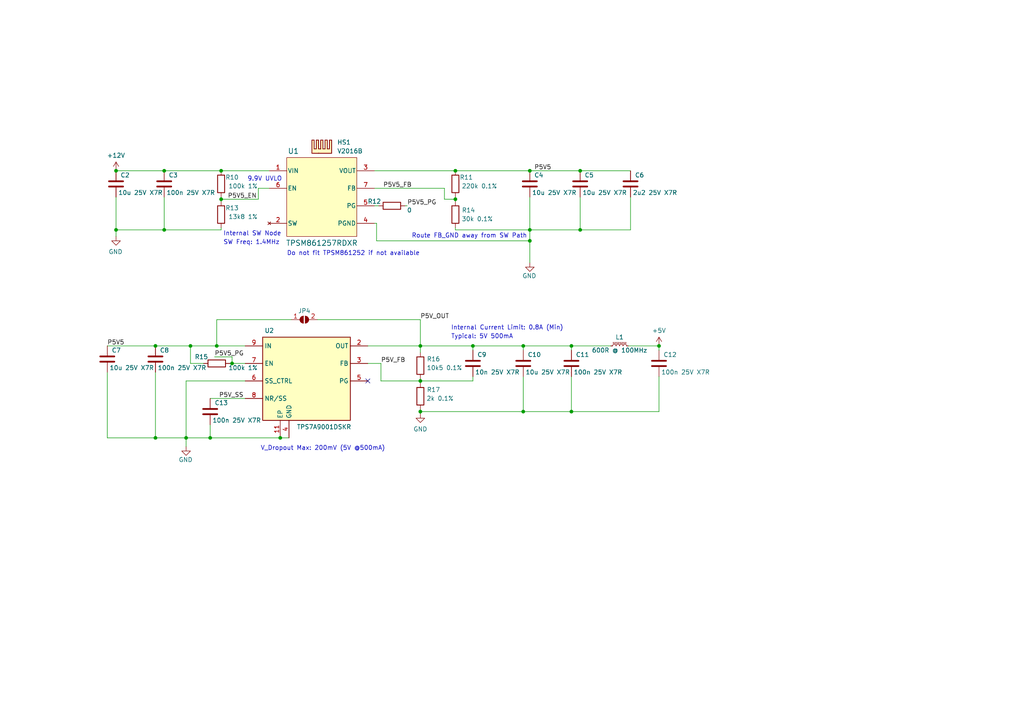
<source format=kicad_sch>
(kicad_sch (version 20230121) (generator eeschema)
  (paper "A4")
  (title_block (title "PSU_5V") (date "2024-10-04") (rev "v1_0") (company "M-Labs Limited") (comment 1 "Linus Woo Chun Kit") (comment 2 "linuswck@m-labs.hk"))
  (lib_symbols
    (symbol "Device:C" (pin_numbers hide) (pin_names (offset 0.254))
      (property "Reference" "C" (at 0.635 2.54 0))
      (property "Value" "C" (at 0.635 -2.54 0))
      (symbol "C_0_1"
        (polyline (pts (xy -2.032 -0.762) (xy 2.032 -0.762)) (stroke (width 0.508)))
        (polyline (pts (xy -2.032 0.762) (xy 2.032 0.762)) (stroke (width 0.508)))
      )
      (symbol "C_1_1"
        (pin passive line (at 0 3.81 270) (length 2.794) (name "~") (number "1"))
        (pin passive line (at 0 -3.81 90) (length 2.794) (name "~") (number "2"))
      )
    )
    (symbol "Device:L_Ferrite_Small" (pin_numbers hide) (pin_names (offset 0.254) hide)
      (property "Reference" "L" (at 1.27 1.016 0))
      (property "Value" "L_Ferrite_Small" (at 1.27 -1.27 0))
      (symbol "L_Ferrite_Small_0_1"
        (arc (start 0 -2.032) (mid 0.5058 -1.524) (end 0 -1.016))
        (arc (start 0 -1.016) (mid 0.5058 -0.508) (end 0 0))
        (polyline (pts (xy 0.762 -1.905) (xy 0.762 -1.651)))
        (polyline (pts (xy 0.762 -1.397) (xy 0.762 -1.143)))
        (polyline (pts (xy 0.762 -0.889) (xy 0.762 -0.635)))
        (polyline (pts (xy 0.762 -0.381) (xy 0.762 -0.127)))
        (polyline (pts (xy 0.762 0.127) (xy 0.762 0.381)))
        (polyline (pts (xy 0.762 0.635) (xy 0.762 0.889)))
        (polyline (pts (xy 0.762 1.143) (xy 0.762 1.397)))
        (polyline (pts (xy 0.762 1.651) (xy 0.762 1.905)))
        (polyline (pts (xy 1.016 -1.651) (xy 1.016 -1.905)))
        (polyline (pts (xy 1.016 -1.143) (xy 1.016 -1.397)))
        (polyline (pts (xy 1.016 -0.635) (xy 1.016 -0.889)))
        (polyline (pts (xy 1.016 -0.127) (xy 1.016 -0.381)))
        (polyline (pts (xy 1.016 0.381) (xy 1.016 0.127)))
        (polyline (pts (xy 1.016 0.889) (xy 1.016 0.635)))
        (polyline (pts (xy 1.016 1.397) (xy 1.016 1.143)))
        (polyline (pts (xy 1.016 1.905) (xy 1.016 1.651)))
        (arc (start 0 0) (mid 0.5058 0.508) (end 0 1.016))
        (arc (start 0 1.016) (mid 0.5058 1.524) (end 0 2.032))
      )
      (symbol "L_Ferrite_Small_1_1"
        (pin passive line (at 0 2.54 270) (length 0.508) (name "~") (number "1"))
        (pin passive line (at 0 -2.54 90) (length 0.508) (name "~") (number "2"))
      )
    )
    (symbol "Device:R" (pin_numbers hide) (pin_names (offset 0))
      (property "Reference" "R" (at 2.032 0 90))
      (property "Value" "R" (at 0 0 90))
      (symbol "R_0_1"
        (rectangle (start -1.016 -2.54) (end 1.016 2.54) (stroke (width 0.254)))
      )
      (symbol "R_1_1"
        (pin passive line (at 0 3.81 270) (length 1.27) (name "~") (number "1"))
        (pin passive line (at 0 -3.81 90) (length 1.27) (name "~") (number "2"))
      )
    )
    (symbol "Jumper:SolderJumper_2_Open" (pin_names (offset 0) hide)
      (property "Reference" "JP" (at 0 2.032 0))
      (property "Value" "SolderJumper_2_Open" (at 0 -2.54 0))
      (symbol "SolderJumper_2_Open_0_1"
        (arc (start -0.254 1.016) (mid -1.2656 0) (end -0.254 -1.016))
        (arc (start -0.254 1.016) (mid -1.2656 0) (end -0.254 -1.016) (fill (type outline)))
        (polyline (pts (xy -0.254 1.016) (xy -0.254 -1.016)))
        (polyline (pts (xy 0.254 1.016) (xy 0.254 -1.016)))
        (arc (start 0.254 -1.016) (mid 1.2656 0) (end 0.254 1.016))
        (arc (start 0.254 -1.016) (mid 1.2656 0) (end 0.254 1.016) (fill (type outline)))
      )
      (symbol "SolderJumper_2_Open_1_1"
        (pin passive line (at -3.81 0 0) (length 2.54) (name "A") (number "1"))
        (pin passive line (at 3.81 0 180) (length 2.54) (name "B") (number "2"))
      )
    )
    (symbol "Mechanical:Heatsink" (pin_names (offset 1.016))
      (property "Reference" "HS" (at 0 5.08 0))
      (property "Value" "Heatsink" (at 0 -1.27 0))
      (symbol "Heatsink_0_1"
        (polyline (pts (xy -0.3302 1.27) (xy -0.9652 1.27) (xy -0.9652 3.81) (xy -1.6002 3.81) (xy -1.6002 1.27) (xy -2.2352 1.27) (xy -2.2352 3.81) (xy -2.8702 3.81) (xy -2.8702 0) (xy -0.9652 0)) (stroke (width 0.254)) (fill (type background)))
        (polyline (pts (xy -0.3302 1.27) (xy -0.3302 3.81) (xy 0.3048 3.81) (xy 0.3048 1.27) (xy 0.9398 1.27) (xy 0.9398 3.81) (xy 1.5748 3.81) (xy 1.5748 1.27) (xy 2.2098 1.27) (xy 2.2098 3.81) (xy 2.8448 3.81) (xy 2.8448 0) (xy -0.9652 0)) (stroke (width 0.254)) (fill (type background)))
      )
    )
    (symbol "power:+12V" (power) (pin_names (offset 0))
      (property "Value" "+12V" (at 0 3.556 0))
      (symbol "+12V_0_1"
        (polyline (pts (xy -0.762 1.27) (xy 0 2.54)))
        (polyline (pts (xy 0 0) (xy 0 2.54)))
        (polyline (pts (xy 0 2.54) (xy 0.762 1.27)))
      )
      (symbol "+12V_1_1"
        (pin power_in line (at 0 0 90) (length 0) hide (name "+12V") (number "1"))
      )
    )
    (symbol "power:+5V" (power) (pin_names (offset 0))
      (property "Value" "+5V" (at 0 3.556 0))
      (symbol "+5V_0_1"
        (polyline (pts (xy -0.762 1.27) (xy 0 2.54)))
        (polyline (pts (xy 0 0) (xy 0 2.54)))
        (polyline (pts (xy 0 2.54) (xy 0.762 1.27)))
      )
      (symbol "+5V_1_1"
        (pin power_in line (at 0 0 90) (length 0) hide (name "+5V") (number "1"))
      )
    )
    (symbol "power:GND" (power) (pin_names (offset 0))
      (property "Value" "GND" (at 0 -3.81 0))
      (symbol "GND_0_1"
        (polyline (pts (xy 0 0) (xy 0 -1.27) (xy 1.27 -1.27) (xy 0 -2.54) (xy -1.27 -1.27) (xy 0 -1.27)))
      )
      (symbol "GND_1_1"
        (pin power_in line (at 0 0 270) (length 0) hide (name "GND") (number "1"))
      )
    )
    (symbol "shuttler_afe_psu:TPS7A9001DSKR"
      (property "Reference" "U" (at 5.08 5.08 0))
      (property "Value" "TPS7A9001DSKR" (at 13.97 -22.86 0))
      (symbol "TPS7A9001DSKR_1_1"
        (rectangle (start 5.08 2.54) (end 30.48 -21.59) (stroke (width 0.254)) (fill (type background)))
        (pin passive line (at 35.56 0 180) (length 5.08) hide (name "OUT_1") (number "1"))
        (pin passive line (at 0 0 0) (length 5.08) hide (name "IN_2") (number "10"))
        (pin passive line (at 10.16 -26.67 90) (length 5.08) (name "EP") (number "11"))
        (pin passive line (at 35.56 0 180) (length 5.08) (name "OUT") (number "2"))
        (pin passive line (at 35.56 -5.08 180) (length 5.08) (name "FB") (number "3"))
        (pin passive line (at 12.7 -26.67 90) (length 5.08) (name "GND") (number "4"))
        (pin passive line (at 35.56 -10.16 180) (length 5.08) (name "PG") (number "5"))
        (pin passive line (at 0 -10.16 0) (length 5.08) (name "SS_CTRL") (number "6"))
        (pin passive line (at 0 -5.08 0) (length 5.08) (name "EN") (number "7"))
        (pin passive line (at 0 -15.24 0) (length 5.08) (name "NR/SS") (number "8"))
        (pin passive line (at 0 0 0) (length 5.08) (name "IN") (number "9"))
      )
    )
    (symbol "shuttler_afe_psu:TPSM861257RDXR" (pin_names (offset 0.254))
      (property "Reference" "U" (at 6.35 5.08 0))
      (property "Value" "TPSM861257RDXR" (at 16.51 -20.32 0))
      (symbol "TPSM861257RDXR_0_1"
        (pin passive line (at 0 0 0) (length 5.08) (name "VIN") (number "1"))
        (pin passive line (at 30.48 0 180) (length 5.08) (name "VOUT") (number "3"))
        (pin passive line (at 30.48 -15.24 180) (length 5.08) (name "PGND") (number "4"))
        (pin passive line (at 30.48 -10.16 180) (length 5.08) (name "PG") (number "5"))
        (pin passive line (at 0 -5.08 0) (length 5.08) (name "EN") (number "6"))
        (pin passive line (at 30.48 -5.08 180) (length 5.08) (name "FB") (number "7"))
      )
      (symbol "TPSM861257RDXR_1_1"
        (rectangle (start 5.08 3.81) (end 25.4 -19.05) (fill (type background)))
        (pin no_connect line (at 0 -15.24 0) (length 5.08) (name "SW") (number "2"))
      )
    )
  )
  (junction (at 53.975 127))
  (junction (at 121.92 100.33))
  (junction (at 33.655 49.53))
  (junction (at 55.245 100.33))
  (junction (at 132.08 57.785))
  (junction (at 168.275 66.675))
  (junction (at 47.625 66.675))
  (junction (at 132.08 49.53))
  (junction (at 151.765 119.38))
  (junction (at 168.275 49.53))
  (junction (at 191.135 100.33))
  (junction (at 153.67 66.675))
  (junction (at 33.655 66.675))
  (junction (at 81.28 127))
  (junction (at 45.085 100.33))
  (junction (at 165.735 100.33))
  (junction (at 67.31 105.41))
  (junction (at 45.085 127))
  (junction (at 121.92 119.38))
  (junction (at 47.625 49.53))
  (junction (at 153.67 49.53))
  (junction (at 151.765 100.33))
  (junction (at 64.135 57.785))
  (junction (at 137.16 100.33))
  (junction (at 121.92 110.49))
  (junction (at 64.135 49.53))
  (junction (at 153.67 69.85))
  (junction (at 60.96 127))
  (junction (at 62.865 100.33))
  (junction (at 165.735 119.38))
  (no_connect (at 106.68 110.49))
  (wire (pts (xy 121.92 119.38) (xy 121.92 118.745)))
  (wire (pts (xy 151.765 109.22) (xy 151.765 119.38)))
  (wire (pts (xy 110.49 110.49) (xy 121.92 110.49)))
  (wire (pts (xy 132.08 49.53) (xy 153.67 49.53)))
  (wire (pts (xy 121.92 100.33) (xy 106.68 100.33)))
  (wire (pts (xy 168.275 57.15) (xy 168.275 66.675)))
  (wire (pts (xy 64.135 66.675) (xy 64.135 66.04)))
  (wire (pts (xy 60.96 127) (xy 60.96 123.19)))
  (wire (pts (xy 137.16 100.33) (xy 151.765 100.33)))
  (wire (pts (xy 33.655 49.53) (xy 47.625 49.53)))
  (wire (pts (xy 60.96 127) (xy 81.28 127)))
  (wire (pts (xy 45.085 127) (xy 31.115 127)))
  (wire (pts (xy 81.28 127) (xy 83.82 127)))
  (wire (pts (xy 121.92 111.125) (xy 121.92 110.49)))
  (wire (pts (xy 108.585 54.61) (xy 128.905 54.61)))
  (wire (pts (xy 59.055 105.41) (xy 55.245 105.41)))
  (wire (pts (xy 128.905 54.61) (xy 128.905 57.785)))
  (wire (pts (xy 191.135 100.33) (xy 182.245 100.33)))
  (wire (pts (xy 109.855 59.69) (xy 108.585 59.69)))
  (wire (pts (xy 121.92 110.49) (xy 121.92 109.855)))
  (wire (pts (xy 31.115 107.95) (xy 31.115 127)))
  (wire (pts (xy 64.135 57.785) (xy 64.135 57.15)))
  (wire (pts (xy 121.92 120.015) (xy 121.92 119.38)))
  (wire (pts (xy 137.16 110.49) (xy 121.92 110.49)))
  (wire (pts (xy 165.735 109.22) (xy 165.735 119.38)))
  (wire (pts (xy 33.655 68.58) (xy 33.655 66.675)))
  (wire (pts (xy 60.96 115.57) (xy 71.12 115.57)))
  (wire (pts (xy 151.765 100.33) (xy 151.765 101.6)))
  (wire (pts (xy 153.67 69.85) (xy 153.67 76.2)))
  (wire (pts (xy 132.08 66.675) (xy 153.67 66.675)))
  (wire (pts (xy 191.135 109.22) (xy 191.135 119.38)))
  (wire (pts (xy 47.625 49.53) (xy 64.135 49.53)))
  (wire (pts (xy 121.92 92.71) (xy 121.92 100.33)))
  (wire (pts (xy 64.135 49.53) (xy 78.105 49.53)))
  (wire (pts (xy 153.67 57.15) (xy 153.67 66.675)))
  (wire (pts (xy 191.135 119.38) (xy 165.735 119.38)))
  (wire (pts (xy 53.975 127) (xy 53.975 110.49)))
  (wire (pts (xy 66.675 105.41) (xy 67.31 105.41)))
  (wire (pts (xy 62.23 103.505) (xy 67.31 103.505)))
  (wire (pts (xy 132.08 57.15) (xy 132.08 57.785)))
  (wire (pts (xy 109.22 64.77) (xy 109.22 69.85)))
  (wire (pts (xy 137.16 109.22) (xy 137.16 110.49)))
  (wire (pts (xy 64.135 57.785) (xy 74.93 57.785)))
  (wire (pts (xy 109.22 69.85) (xy 153.67 69.85)))
  (wire (pts (xy 67.31 103.505) (xy 67.31 105.41)))
  (wire (pts (xy 132.08 49.53) (xy 108.585 49.53)))
  (wire (pts (xy 153.67 66.675) (xy 168.275 66.675)))
  (wire (pts (xy 106.68 105.41) (xy 110.49 105.41)))
  (wire (pts (xy 121.92 102.235) (xy 121.92 100.33)))
  (wire (pts (xy 45.085 107.95) (xy 45.085 127)))
  (wire (pts (xy 47.625 66.675) (xy 64.135 66.675)))
  (wire (pts (xy 153.67 66.675) (xy 153.67 69.85)))
  (wire (pts (xy 55.245 100.33) (xy 62.865 100.33)))
  (wire (pts (xy 74.93 54.61) (xy 78.105 54.61)))
  (wire (pts (xy 84.455 92.71) (xy 62.865 92.71)))
  (wire (pts (xy 109.22 64.77) (xy 108.585 64.77)))
  (wire (pts (xy 151.765 100.33) (xy 165.735 100.33)))
  (wire (pts (xy 132.08 57.785) (xy 132.08 58.42)))
  (wire (pts (xy 33.655 66.675) (xy 47.625 66.675)))
  (wire (pts (xy 191.135 101.6) (xy 191.135 100.33)))
  (wire (pts (xy 47.625 57.15) (xy 47.625 66.675)))
  (wire (pts (xy 31.115 100.33) (xy 45.085 100.33)))
  (wire (pts (xy 168.275 49.53) (xy 182.88 49.53)))
  (wire (pts (xy 153.67 49.53) (xy 168.275 49.53)))
  (wire (pts (xy 118.11 59.69) (xy 117.475 59.69)))
  (wire (pts (xy 55.245 105.41) (xy 55.245 100.33)))
  (wire (pts (xy 128.905 57.785) (xy 132.08 57.785)))
  (wire (pts (xy 137.16 100.33) (xy 121.92 100.33)))
  (wire (pts (xy 62.865 100.33) (xy 71.12 100.33)))
  (wire (pts (xy 53.975 110.49) (xy 71.12 110.49)))
  (wire (pts (xy 45.085 127) (xy 53.975 127)))
  (wire (pts (xy 92.075 92.71) (xy 121.92 92.71)))
  (wire (pts (xy 132.08 66.675) (xy 132.08 66.04)))
  (wire (pts (xy 45.085 100.33) (xy 55.245 100.33)))
  (wire (pts (xy 110.49 105.41) (xy 110.49 110.49)))
  (wire (pts (xy 182.88 66.675) (xy 182.88 57.15)))
  (wire (pts (xy 53.975 129.54) (xy 53.975 127)))
  (wire (pts (xy 137.16 101.6) (xy 137.16 100.33)))
  (wire (pts (xy 165.735 119.38) (xy 151.765 119.38)))
  (wire (pts (xy 74.93 57.785) (xy 74.93 54.61)))
  (wire (pts (xy 177.165 100.33) (xy 165.735 100.33)))
  (wire (pts (xy 33.655 57.15) (xy 33.655 66.675)))
  (wire (pts (xy 64.135 58.42) (xy 64.135 57.785)))
  (wire (pts (xy 62.865 92.71) (xy 62.865 100.33)))
  (wire (pts (xy 53.975 127) (xy 60.96 127)))
  (wire (pts (xy 151.765 119.38) (xy 121.92 119.38)))
  (wire (pts (xy 67.31 105.41) (xy 71.12 105.41)))
  (wire (pts (xy 182.88 66.675) (xy 168.275 66.675)))
  (wire (pts (xy 165.735 100.33) (xy 165.735 101.6)))
  (text "Do not fit TPSM861252 if not available" (at 83.185 74.295 0) (effects (font (size 1.27 1.27)) (justify left bottom)))
  (text "Typical: 5V 500mA" (at 130.81 98.425 0) (effects (font (size 1.27 1.27)) (justify left bottom)))
  (text "9.9V UVLO" (at 71.755 52.705 0) (effects (font (size 1.27 1.27)) (justify left bottom)))
  (text "Internal Current Limit: 0.8A (Min)" (at 130.81 95.885 0) (effects (font (size 1.27 1.27)) (justify left bottom)))
  (text "SW Freq: 1.4MHz" (at 64.77 71.12 0) (effects (font (size 1.27 1.27)) (justify left bottom)))
  (text "Internal SW Node" (at 64.77 68.58 0) (effects (font (size 1.27 1.27)) (justify left bottom)))
  (text "V_Dropout Max: 200mV (5V @500mA)" (at 75.565 130.81 0) (effects (font (size 1.27 1.27)) (justify left bottom)))
  (text "Route FB_GND away from SW Path" (at 119.38 69.215 0) (effects (font (size 1.27 1.27)) (justify left bottom)))
  (label "P5V5" (at 154.94 49.53 0))
  (label "P5V5_EN" (at 66.04 57.785 0))
  (label "P5V_FB" (at 110.49 105.41 0))
  (label "P5V5" (at 31.115 100.33 0))
  (label "P5V_OUT" (at 121.92 92.71 0))
  (label "P5V5_PG" (at 118.11 59.69 0))
  (label "P5V5_FB" (at 111.125 54.61 0))
  (label "P5V5_PG" (at 62.23 103.505 0))
  (label "P5V_SS" (at 63.5 115.57 0))
  (symbol (lib_id "Device:R") (at 132.08 53.34 0) (unit 1)
    (property "Reference" "R11" (at 135.255 51.435 0))
    (property "Value" "220k 0.1%" (at 139.065 53.975 0))
    (property "Footprint" "Resistor_SMD:R_0603_1608Metric" (effects hide))
    (property "MFR_PN" "CPF-A-0603B220KE" (effects hide))
  )
  (symbol (lib_id "power:GND") (at 33.655 68.58 0) (unit 1)
    (property "Reference" "#PWR019" (effects hide))
    (property "Value" "GND" (at 35.56 73.025 0) (effects (justify right)))
  )
  (symbol (lib_id "power:GND") (at 121.92 120.015 0) (unit 1)
    (property "Reference" "#PWR022" (effects hide))
    (property "Value" "GND" (at 121.92 124.46 0))
  )
  (symbol (lib_id "Device:C") (at 168.275 53.34 0) (unit 1)
    (property "Reference" "C5" (at 169.545 50.8 0) (effects (justify left)))
    (property "Value" "10u 25V X7R" (at 168.91 55.88 0) (effects (justify left)))
    (property "Footprint" "Capacitor_SMD:C_0805_2012Metric" (effects hide))
    (property "MFR_PN" "GRM21BZ71E106KE15L" (effects hide))
  )
  (symbol (lib_id "Device:C") (at 151.765 105.41 0) (unit 1)
    (property "Reference" "C10" (at 153.035 102.87 0) (effects (justify left)))
    (property "Value" "10u 25V X7R" (at 152.4 107.95 0) (effects (justify left)))
    (property "Footprint" "Capacitor_SMD:C_0805_2012Metric" (effects hide))
    (property "MFR_PN" "GRM21BZ71E106KE15L" (effects hide))
  )
  (symbol (lib_id "Device:C") (at 191.135 105.41 0) (unit 1)
    (property "Reference" "C12" (at 192.405 102.87 0) (effects (justify left)))
    (property "Value" "100n 25V X7R" (at 191.77 107.95 0) (effects (justify left)))
    (property "Footprint" "Capacitor_SMD:C_0603_1608Metric" (effects hide))
    (property "MFR_PN" "CC0603MPX7R8BB104" (effects hide))
  )
  (symbol (lib_id "Device:R") (at 62.865 105.41 90) (unit 1)
    (property "Reference" "R15" (at 58.42 103.505 90))
    (property "Value" "100k 1%" (at 70.485 106.68 90))
    (property "Footprint" "Resistor_SMD:R_0603_1608Metric" (effects hide))
    (property "MFR_PN" "CRCW0603100KFKEE" (effects hide))
  )
  (symbol (lib_id "Device:R") (at 64.135 53.34 0) (unit 1)
    (property "Reference" "R10" (at 67.31 51.435 0))
    (property "Value" "100k 1%" (at 70.485 53.975 0))
    (property "Footprint" "Resistor_SMD:R_0603_1608Metric" (effects hide))
    (property "MFR_PN" "CRCW0603100KFKEE" (effects hide))
  )
  (symbol (lib_id "power:GND") (at 53.975 129.54 0) (unit 1)
    (property "Reference" "#PWR023" (effects hide))
    (property "Value" "GND" (at 55.88 133.35 0) (effects (justify right)))
  )
  (symbol (lib_id "Device:C") (at 137.16 105.41 0) (unit 1)
    (property "Reference" "C9" (at 138.43 102.87 0) (effects (justify left)))
    (property "Value" "10n 25V X7R" (at 137.795 107.95 0) (effects (justify left)))
    (property "Footprint" "Capacitor_SMD:C_0603_1608Metric" (effects hide))
    (property "MFR_PN" "CL10B103KA8WPNC" (effects hide))
  )
  (symbol (lib_id "Device:C") (at 47.625 53.34 0) (unit 1)
    (property "Reference" "C3" (at 48.895 50.8 0) (effects (justify left)))
    (property "Value" "100n 25V X7R" (at 48.26 55.88 0) (effects (justify left)))
    (property "Footprint" "Capacitor_SMD:C_0603_1608Metric" (effects hide))
    (property "MFR_PN" "CC0603MPX7R8BB104" (effects hide))
  )
  (symbol (lib_id "power:+12V") (at 33.655 49.53 0) (unit 1)
    (property "Reference" "#PWR018" (effects hide))
    (property "Value" "+12V" (at 33.655 45.085 0))
  )
  (symbol (lib_id "Device:R") (at 132.08 62.23 180) (unit 1)
    (property "Reference" "R14" (at 135.89 60.96 0))
    (property "Value" "30k 0.1%" (at 138.43 63.5 0))
    (property "Footprint" "Resistor_SMD:R_0603_1608Metric" (effects hide))
    (property "MFR_PN" "ERA-3AEB303V" (effects hide))
  )
  (symbol (lib_id "power:+5V") (at 191.135 100.33 0) (unit 1)
    (property "Reference" "#PWR021" (effects hide))
    (property "Value" "+5V" (at 191.135 95.885 0))
  )
  (symbol (lib_id "Device:R") (at 121.92 114.935 0) (unit 1)
    (property "Reference" "R17" (at 125.73 113.03 0))
    (property "Value" "2k 0.1%" (at 127.635 115.57 0))
    (property "Footprint" "Resistor_SMD:R_0603_1608Metric" (effects hide))
    (property "MFR_PN" "ERA-3AEB202V" (effects hide))
  )
  (symbol (lib_id "Device:C") (at 31.115 104.14 0) (unit 1)
    (property "Reference" "C7" (at 32.385 101.6 0) (effects (justify left)))
    (property "Value" "10u 25V X7R" (at 31.75 106.68 0) (effects (justify left)))
    (property "Footprint" "Capacitor_SMD:C_0805_2012Metric" (effects hide))
    (property "MFR_PN" "GRM21BZ71E106KE15L" (effects hide))
  )
  (symbol (lib_id "power:GND") (at 153.67 76.2 0) (unit 1)
    (property "Reference" "#PWR020" (effects hide))
    (property "Value" "GND" (at 155.575 80.01 0) (effects (justify right)))
  )
  (symbol (lib_id "Device:R") (at 121.92 106.045 0) (unit 1)
    (property "Reference" "R16" (at 125.73 104.14 0))
    (property "Value" "10k5 0.1%" (at 128.905 106.68 0))
    (property "Footprint" "Resistor_SMD:R_0603_1608Metric" (effects hide))
    (property "MFR_PN" "ERA-3ARB1052V" (effects hide))
  )
  (symbol (lib_id "shuttler_afe_psu:TPSM861257RDXR") (at 78.105 49.53 0) (unit 1)
    (property "Reference" "U1" (at 85.09 43.815 0) (effects (font (size 1.524 1.524))))
    (property "Value" "TPSM861257RDXR" (at 93.345 70.485 0) (effects (font (size 1.524 1.524))))
    (property "Footprint" "shuttler_afe_psu:RDX0007A-MFG" (effects hide))
    (property "Datasheet" "TPSM861257RDXR" (effects hide))
    (property "MFR_PN" "TPSM861257RDXR" (effects hide))
  )
  (symbol (lib_id "Device:C") (at 153.67 53.34 0) (unit 1)
    (property "Reference" "C4" (at 154.94 50.8 0) (effects (justify left)))
    (property "Value" "10u 25V X7R" (at 154.305 55.88 0) (effects (justify left)))
    (property "Footprint" "Capacitor_SMD:C_0805_2012Metric" (effects hide))
    (property "MFR_PN" "GRM21BZ71E106KE15L" (effects hide))
  )
  (symbol (lib_id "Device:C") (at 182.88 53.34 0) (unit 1)
    (property "Reference" "C6" (at 184.15 50.8 0) (effects (justify left)))
    (property "Value" "2u2 25V X7R" (at 183.515 55.88 0) (effects (justify left)))
    (property "Footprint" "Capacitor_SMD:C_0805_2012Metric" (effects hide))
    (property "MFR_PN" "TMK212B7225KGHT" (effects hide))
  )
  (symbol (lib_id "Device:R") (at 64.135 62.23 180) (unit 1)
    (property "Reference" "R13" (at 67.31 60.325 0))
    (property "Value" "13k8 1%" (at 70.485 62.865 0))
    (property "Footprint" "Resistor_SMD:R_0603_1608Metric" (effects hide))
    (property "MFR_PN" "RT0603BRD0713K8L" (effects hide))
  )
  (symbol (lib_id "Device:C") (at 33.655 53.34 0) (unit 1)
    (property "Reference" "C2" (at 34.925 50.8 0) (effects (justify left)))
    (property "Value" "10u 25V X7R" (at 34.29 55.88 0) (effects (justify left)))
    (property "Footprint" "Capacitor_SMD:C_0805_2012Metric" (effects hide))
    (property "MFR_PN" "GRM21BZ71E106KE15L" (effects hide))
  )
  (symbol (lib_id "shuttler_afe_psu:TPS7A9001DSKR") (at 71.12 100.33 0) (unit 1)
    (property "Reference" "U2" (at 78.105 95.885 0))
    (property "Value" "TPS7A9001DSKR" (at 93.98 123.825 0))
    (property "Footprint" "SON50P250X250X80-11N-D" (effects hide))
    (property "Datasheet" "http://www.ti.com/lit/ds/symlink/tps7a90.pdf" (effects hide))
    (property "Height" "0.8" (effects hide))
    (property "Mouser Part Number" "595-TPS7A9001DSKR" (effects hide))
    (property "Mouser Price/Stock" "https://www.mouser.co.uk/ProductDetail/Texas-Instruments/TPS7A9001DSKR?qs=HXFqYaX1Q2yNBmXsSlbG3g%3D%3D" (effects hide))
    (property "Manufacturer_Name" "Texas Instruments" (effects hide))
    (property "Manufacturer_Part_Number" "TPS7A9001DSKR" (effects hide))
    (property "MFR_PN" "TPS7A9001DSKR" (effects hide))
  )
  (symbol (lib_id "Device:R") (at 113.665 59.69 270) (unit 1)
    (property "Reference" "R12" (at 108.585 58.42 90))
    (property "Value" "0" (at 118.745 60.96 90))
    (property "Footprint" "Resistor_SMD:R_0603_1608Metric" (effects hide))
    (property "MFR_PN" "MCT0603MZ0000ZPW00" (effects hide))
  )
  (symbol (lib_id "Jumper:SolderJumper_2_Open") (at 88.265 92.71 0) (unit 1) (in_bom no)
    (property "Reference" "JP4" (at 88.265 90.17 0))
    (property "Value" "SolderJumper_2_Open" (effects hide))
    (property "Footprint" "Jumper:SolderJumper-2_P1.3mm_Open_Pad1.0x1.5mm" (effects hide))
  )
  (symbol (lib_id "Device:C") (at 45.085 104.14 0) (unit 1)
    (property "Reference" "C8" (at 46.355 101.6 0) (effects (justify left)))
    (property "Value" "100n 25V X7R" (at 45.72 106.68 0) (effects (justify left)))
    (property "Footprint" "Capacitor_SMD:C_0603_1608Metric" (effects hide))
    (property "MFR_PN" "CC0603MPX7R8BB104" (effects hide))
  )
  (symbol (lib_id "Device:C") (at 165.735 105.41 0) (unit 1)
    (property "Reference" "C11" (at 167.005 102.87 0) (effects (justify left)))
    (property "Value" "100n 25V X7R" (at 166.37 107.95 0) (effects (justify left)))
    (property "Footprint" "Capacitor_SMD:C_0603_1608Metric" (effects hide))
    (property "MFR_PN" "CC0603MPX7R8BB104" (effects hide))
  )
  (symbol (lib_id "Device:C") (at 60.96 119.38 0) (unit 1)
    (property "Reference" "C13" (at 62.23 116.84 0) (effects (justify left)))
    (property "Value" "100n 25V X7R" (at 61.595 121.92 0) (effects (justify left)))
    (property "Footprint" "Capacitor_SMD:C_0603_1608Metric" (effects hide))
    (property "MFR_PN" "CC0603MPX7R8BB104" (effects hide))
  )
  (symbol (lib_id "Mechanical:Heatsink") (at 93.345 44.45 0) (unit 1) (on_board no)
    (property "Reference" "HS1" (at 97.79 41.275 0) (effects (justify left)))
    (property "Value" "V2016B" (at 97.79 43.815 0) (effects (justify left)))
    (property "MFR_PN" "V2016B" (effects hide))
  )
  (symbol (lib_id "Device:L_Ferrite_Small") (at 179.705 100.33 90) (unit 1)
    (property "Reference" "L1" (at 179.705 97.79 90))
    (property "Value" "600R @ 100MHz" (at 179.705 101.6 90))
    (property "Footprint" "Inductor_SMD:L_0805_2012Metric" (effects hide))
    (property "MFR_PN" "742792040 " (effects hide))
  )
)
</source>
